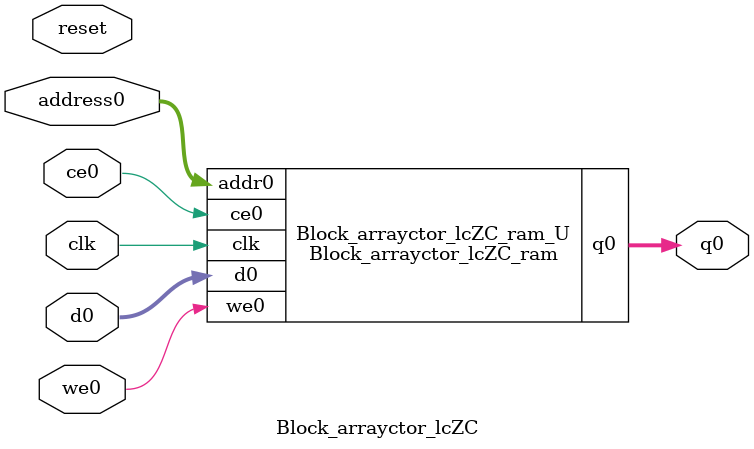
<source format=v>
`timescale 1 ns / 1 ps
module Block_arrayctor_lcZC_ram (addr0, ce0, d0, we0, q0,  clk);

parameter DWIDTH = 5;
parameter AWIDTH = 5;
parameter MEM_SIZE = 32;

input[AWIDTH-1:0] addr0;
input ce0;
input[DWIDTH-1:0] d0;
input we0;
output reg[DWIDTH-1:0] q0;
input clk;

(* ram_style = "distributed" *)reg [DWIDTH-1:0] ram[0:MEM_SIZE-1];




always @(posedge clk)  
begin 
    if (ce0) begin
        if (we0) 
            ram[addr0] <= d0; 
        q0 <= ram[addr0];
    end
end


endmodule

`timescale 1 ns / 1 ps
module Block_arrayctor_lcZC(
    reset,
    clk,
    address0,
    ce0,
    we0,
    d0,
    q0);

parameter DataWidth = 32'd5;
parameter AddressRange = 32'd32;
parameter AddressWidth = 32'd5;
input reset;
input clk;
input[AddressWidth - 1:0] address0;
input ce0;
input we0;
input[DataWidth - 1:0] d0;
output[DataWidth - 1:0] q0;



Block_arrayctor_lcZC_ram Block_arrayctor_lcZC_ram_U(
    .clk( clk ),
    .addr0( address0 ),
    .ce0( ce0 ),
    .we0( we0 ),
    .d0( d0 ),
    .q0( q0 ));

endmodule


</source>
